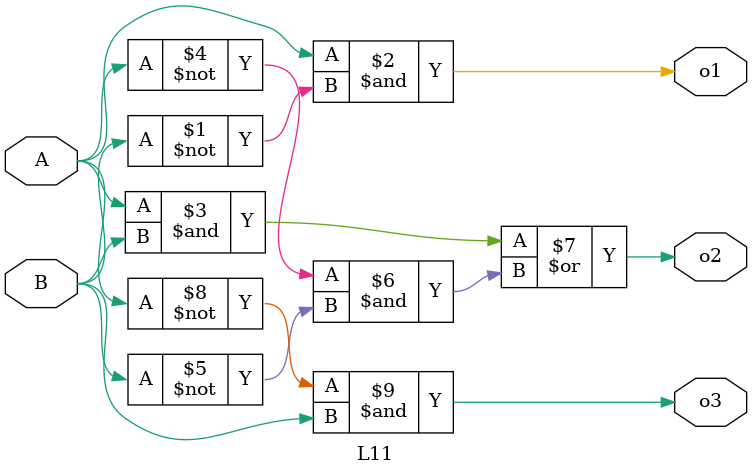
<source format=v>



module L11 (
    input wire A,
    input wire B,
    output wire o1, // A > B
    output wire o2, // A == B
    output wire o3  // A < B
);

    assign o1 = A & ~B;              // A > B
    assign o2 = (A & B) | (~A & ~B); // A == B
    assign o3 = ~A & B;              // A < B

endmodule
</source>
